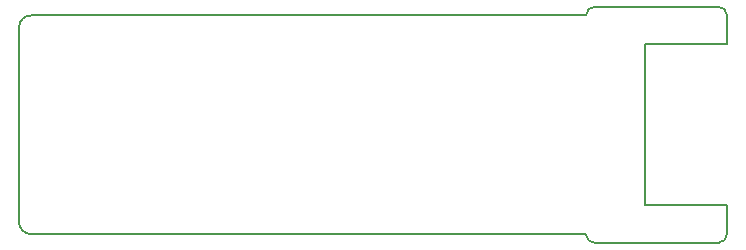
<source format=gko>
G04*
G04 #@! TF.GenerationSoftware,Altium Limited,Altium Designer,21.6.4 (81)*
G04*
G04 Layer_Color=16711935*
%FSLAX44Y44*%
%MOMM*%
G71*
G04*
G04 #@! TF.SameCoordinates,036B5A74-53F7-47AD-A214-E4BF2A679DD1*
G04*
G04*
G04 #@! TF.FilePolarity,Positive*
G04*
G01*
G75*
%ADD10C,0.2000*%
D10*
X599500Y185000D02*
G03*
X592000Y192500I-7500J-0D01*
G01*
Y-7500D02*
G03*
X599500Y0I0J7500D01*
G01*
X480000D02*
G03*
X487500Y-7500I7500J-0D01*
G01*
X0Y10000D02*
G03*
X10000Y0I10000J0D01*
G01*
X487500Y192500D02*
G03*
X480000Y185000I0J-7500D01*
G01*
X10000D02*
G03*
X0Y175000I0J-10000D01*
G01*
X599500Y160500D02*
Y185000D01*
Y0D02*
Y24500D01*
X487500Y-7500D02*
X592500Y-7501D01*
X487500Y192500D02*
X592500D01*
X530000Y160500D02*
X599500D01*
X530000Y24500D02*
Y160500D01*
Y24500D02*
X599500D01*
X0Y10000D02*
Y175000D01*
X10000Y0D02*
X480000D01*
X10000Y185000D02*
X480000Y185000D01*
M02*

</source>
